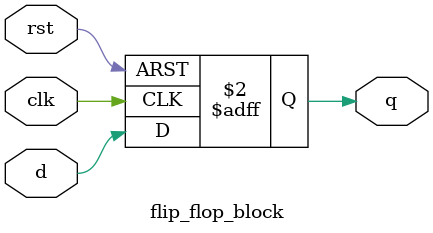
<source format=v>
module flip_flop_block(q, clk, rst, d);
    input clk;
    input rst;
    input d;
    output q;
    reg q;

    always @(posedge clk or posedge rst) begin
        if (rst)
            q = 0;
        else
            q = d;
    end

    specify
        $setup(d, posedge clk, 2);
        $hold(posedge clk, d, 0);
    endspecify
endmodule

</source>
